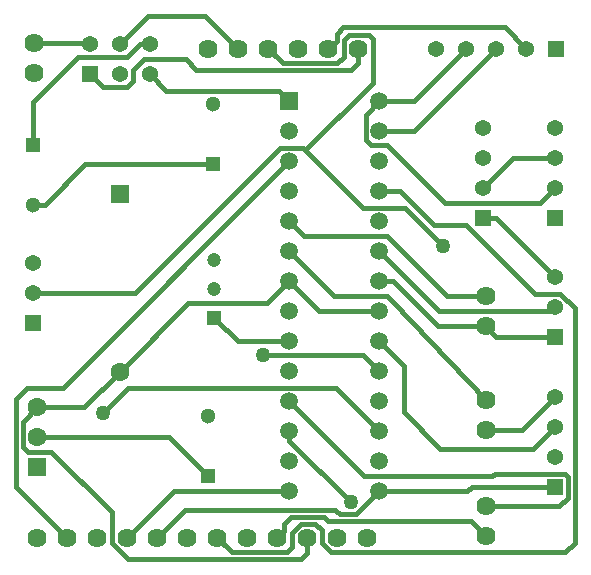
<source format=gbl>
G04*
G04 #@! TF.GenerationSoftware,Altium Limited,Altium Designer,22.9.1 (49)*
G04*
G04 Layer_Physical_Order=2*
G04 Layer_Color=16711680*
%FSLAX25Y25*%
%MOIN*%
G70*
G04*
G04 #@! TF.SameCoordinates,75241AAF-32B0-4302-B227-1967B964D7D5*
G04*
G04*
G04 #@! TF.FilePolarity,Positive*
G04*
G01*
G75*
%ADD31C,0.01500*%
%ADD32R,0.05394X0.05394*%
%ADD33C,0.05394*%
%ADD34R,0.05394X0.05394*%
%ADD35R,0.06299X0.06299*%
%ADD36C,0.06299*%
%ADD37R,0.05118X0.05118*%
%ADD38C,0.05118*%
%ADD39R,0.04724X0.04724*%
%ADD40C,0.04724*%
%ADD41C,0.05906*%
%ADD42R,0.05906X0.05906*%
%ADD43R,0.06299X0.06299*%
%ADD44C,0.06378*%
%ADD45C,0.05000*%
D31*
X29000Y131000D02*
X42500Y144500D01*
X25000Y131000D02*
X29000D01*
X42500Y144500D02*
X85000D01*
X56500Y170253D02*
X58500Y172253D01*
Y175906D02*
X62094Y179500D01*
X58500Y172253D02*
Y175906D01*
X76000Y179500D02*
X79539Y175961D01*
X62094Y179500D02*
X76000D01*
X25500Y185000D02*
X43500D01*
X44000Y184500D01*
X54000D02*
X63500Y194000D01*
X82500D02*
X93500Y183000D01*
X63500Y194000D02*
X82500D01*
X72000Y35500D02*
X110500D01*
X56500Y20000D02*
X72000Y35500D01*
X140500Y115500D02*
X160500Y95500D01*
X199000D02*
Y97000D01*
X176000Y56000D02*
X188000D01*
X199000Y67000D01*
X140500Y165500D02*
X152000D01*
X169500Y183000D01*
X152000Y155500D02*
X179500Y183000D01*
X140500Y155500D02*
X152000D01*
X179500Y126500D02*
X199000Y107000D01*
X175000Y126500D02*
X179500D01*
X140500Y85500D02*
X148700Y77300D01*
Y61900D02*
Y77300D01*
Y61900D02*
X160800Y49800D01*
X191800D01*
X199000Y57000D01*
X44000Y174500D02*
X48247Y170253D01*
X56500D01*
X79539Y175961D02*
X131061D01*
X133500Y178400D01*
Y183000D01*
X182230Y190270D02*
X189500Y183000D01*
X128500Y190270D02*
X182230D01*
X126230Y188000D02*
X128500Y190270D01*
X126230Y185730D02*
Y188000D01*
X123500Y183000D02*
X126230Y185730D01*
X170963Y25537D02*
X176000Y20500D01*
X123539Y25537D02*
X170963D01*
X122037Y27039D02*
X123539Y25537D01*
X110955Y27039D02*
X122037D01*
X108716Y24800D02*
X110955Y27039D01*
X108716Y22216D02*
Y24800D01*
X106500Y20000D02*
X108716Y22216D01*
X86500Y20000D02*
X91239Y15261D01*
X109600D01*
X111239Y16900D01*
Y21578D01*
X114400Y24739D01*
X119200D01*
X121300Y22639D01*
Y18400D02*
Y22639D01*
Y18400D02*
X124500Y15200D01*
X202400D01*
X205600Y18400D01*
Y96500D01*
X200800Y101300D02*
X205600Y96500D01*
X192500Y101300D02*
X200800D01*
X169465Y124335D02*
X192500Y101300D01*
X158665Y124335D02*
X169465D01*
X147500Y135500D02*
X158665Y124335D01*
X140500Y135500D02*
X147500D01*
X110500Y105500D02*
X120500Y95500D01*
X140500D01*
X21800Y58800D02*
X26500Y63500D01*
X21800Y50400D02*
Y58800D01*
Y50400D02*
X23400Y48800D01*
X31200D01*
X51300Y28700D01*
Y18400D02*
Y28700D01*
Y18400D02*
X56739Y12961D01*
X114400D01*
X116500Y15061D01*
Y20000D01*
X54000Y75472D02*
X76728Y98200D01*
X103200D01*
X110500Y105500D01*
X26500Y63500D02*
X42028D01*
X54000Y75472D01*
X25000Y151000D02*
Y165200D01*
X40053Y180253D01*
X56453D01*
X60700Y184500D01*
X64000D01*
X106900Y169100D02*
X110500Y165500D01*
X69400Y169100D02*
X106900D01*
X64000Y174500D02*
X69400Y169100D01*
X48300Y61800D02*
X56600Y70100D01*
X125900D01*
X140500Y55500D01*
X135100Y80900D02*
X140500Y75500D01*
X101600Y80900D02*
X135100D01*
X135900Y160900D02*
X140500Y165500D01*
X135900Y152800D02*
Y160900D01*
Y152800D02*
X137800Y150900D01*
X143000D01*
X162400Y131500D01*
X194000D01*
X199000Y136500D01*
X85500Y93394D02*
X93394Y85500D01*
X110500D01*
X175000Y136500D02*
X185000Y146500D01*
X199000D01*
X176000Y90500D02*
X179500Y87000D01*
X199000D01*
X140500Y105500D02*
X145024D01*
X160024Y90500D01*
X176000D01*
X70500Y53500D02*
X83500Y40500D01*
X26500Y53500D02*
X70500D01*
X140500Y35500D02*
X169800D01*
X171300Y37000D01*
X199000D01*
X66500Y20000D02*
X75839Y29339D01*
X125839D01*
X127341Y27837D01*
X132837D01*
X140500Y35500D01*
X110500Y52400D02*
Y55500D01*
Y52400D02*
X131000Y31900D01*
X110500Y65500D02*
X135500Y40500D01*
X178100D01*
X178900Y41300D01*
X202400D01*
X203300Y40400D01*
Y33400D02*
Y40400D01*
X200400Y30500D02*
X203300Y33400D01*
X176000Y30500D02*
X200400D01*
X145003Y98497D02*
X176000Y66000D01*
X143000Y100500D02*
X145003Y98497D01*
X125500Y100500D02*
X143000D01*
X110500Y115500D02*
X125500Y100500D01*
X163153D02*
X176000D01*
X143153Y120500D02*
X163153Y100500D01*
X115500Y120500D02*
X143153D01*
X110500Y125500D02*
X115500Y120500D01*
X35100Y70100D02*
X110500Y145500D01*
X23200Y70100D02*
X35100D01*
X19500Y66400D02*
X23200Y70100D01*
X19500Y37000D02*
Y66400D01*
Y37000D02*
X36500Y20000D01*
X58900Y101500D02*
X107500Y150100D01*
X135100Y130100D02*
X148900D01*
X161700Y117300D01*
X25000Y101500D02*
X58900D01*
X107500Y150100D02*
X115100D01*
X115850Y149350D02*
X138300Y171800D01*
Y186400D01*
X136900Y187800D02*
X138300Y186400D01*
X130400Y187800D02*
X136900D01*
X128700Y186100D02*
X130400Y187800D01*
X128700Y180461D02*
Y186100D01*
X126500Y178261D02*
X128700Y180461D01*
X108239Y178261D02*
X126500D01*
X103500Y183000D02*
X108239Y178261D01*
X160500Y95500D02*
X199000D01*
X115100Y150100D02*
X115850Y149350D01*
X135100Y130100D01*
D32*
X44000Y174500D02*
D03*
X199500Y183000D02*
D03*
D33*
X44000Y184500D02*
D03*
X54000Y174500D02*
D03*
Y184500D02*
D03*
X64000Y174500D02*
D03*
Y184500D02*
D03*
X25000Y101500D02*
D03*
Y111500D02*
D03*
X199000Y136500D02*
D03*
Y146500D02*
D03*
Y156500D02*
D03*
X175000Y136500D02*
D03*
Y146500D02*
D03*
Y156500D02*
D03*
X199000Y97000D02*
D03*
Y107000D02*
D03*
Y47000D02*
D03*
Y57000D02*
D03*
Y67000D02*
D03*
X189500Y183000D02*
D03*
X179500D02*
D03*
X169500D02*
D03*
X159500D02*
D03*
D34*
X25000Y91500D02*
D03*
X199000Y126500D02*
D03*
X175000D02*
D03*
X199000Y87000D02*
D03*
Y37000D02*
D03*
D35*
X54000Y134528D02*
D03*
D36*
Y75472D02*
D03*
X26500Y63500D02*
D03*
Y53500D02*
D03*
D37*
X83500Y40500D02*
D03*
X85000Y144500D02*
D03*
X25000Y151000D02*
D03*
D38*
X83500Y60500D02*
D03*
X85000Y164500D02*
D03*
X25000Y131000D02*
D03*
D39*
X85500Y93394D02*
D03*
D40*
Y103000D02*
D03*
Y112606D02*
D03*
D41*
X140500Y35500D02*
D03*
Y45500D02*
D03*
Y55500D02*
D03*
Y65500D02*
D03*
Y75500D02*
D03*
Y85500D02*
D03*
Y95500D02*
D03*
Y105500D02*
D03*
Y115500D02*
D03*
Y125500D02*
D03*
Y135500D02*
D03*
Y145500D02*
D03*
Y155500D02*
D03*
Y165500D02*
D03*
X110500Y35500D02*
D03*
Y45500D02*
D03*
Y55500D02*
D03*
Y65500D02*
D03*
Y75500D02*
D03*
Y85500D02*
D03*
Y95500D02*
D03*
Y105500D02*
D03*
Y115500D02*
D03*
Y125500D02*
D03*
Y135500D02*
D03*
Y145500D02*
D03*
Y155500D02*
D03*
D42*
Y165500D02*
D03*
D43*
X26500Y43500D02*
D03*
D44*
X25500Y185000D02*
D03*
Y175000D02*
D03*
X83500Y183000D02*
D03*
X93500D02*
D03*
X103500D02*
D03*
X113500D02*
D03*
X123500D02*
D03*
X133500D02*
D03*
X176000Y56000D02*
D03*
Y66000D02*
D03*
Y20500D02*
D03*
Y30500D02*
D03*
X26500Y20000D02*
D03*
X36500D02*
D03*
X46500D02*
D03*
X56500D02*
D03*
X66500D02*
D03*
X76500D02*
D03*
X86500D02*
D03*
X96500D02*
D03*
X106500D02*
D03*
X116500D02*
D03*
X126500D02*
D03*
X136500D02*
D03*
X176000Y90500D02*
D03*
Y100500D02*
D03*
D45*
X48300Y61800D02*
D03*
X101600Y80900D02*
D03*
X131000Y31900D02*
D03*
X161700Y117300D02*
D03*
M02*

</source>
